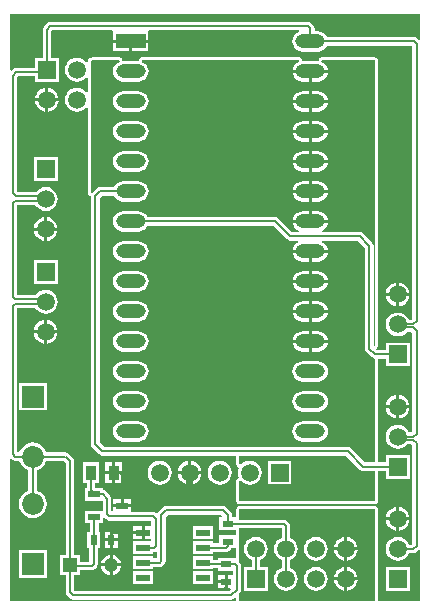
<source format=gbl>
G04 Layer_Physical_Order=2*
G04 Layer_Color=16711680*
%FSLAX44Y44*%
%MOMM*%
G71*
G01*
G75*
%ADD11R,0.9000X0.6000*%
%ADD12R,0.6000X0.9000*%
%ADD15C,0.2000*%
%ADD16C,1.5000*%
%ADD17R,1.5000X1.5000*%
%ADD18C,1.8500*%
%ADD19R,1.8500X1.8500*%
%ADD20R,1.5000X1.5000*%
%ADD21R,1.2000X1.2000*%
%ADD22C,1.2000*%
%ADD23O,2.5000X1.2000*%
%ADD24R,2.5000X1.2000*%
%ADD25R,1.1940X0.5590*%
%ADD26R,1.0000X0.5500*%
%ADD27R,0.9000X1.3000*%
G36*
X3848Y121048D02*
X5019Y120265D01*
X6400Y119991D01*
X9734D01*
X10702Y117654D01*
X12591Y115191D01*
X15054Y113301D01*
X17391Y112334D01*
Y94666D01*
X15054Y93699D01*
X12591Y91809D01*
X10702Y89346D01*
X9513Y86478D01*
X9108Y83400D01*
X9513Y80322D01*
X10702Y77454D01*
X12591Y74991D01*
X15054Y73102D01*
X17922Y71913D01*
X21000Y71508D01*
X24078Y71913D01*
X26946Y73102D01*
X29409Y74991D01*
X31298Y77454D01*
X32487Y80322D01*
X32892Y83400D01*
X32487Y86478D01*
X31298Y89346D01*
X29409Y91809D01*
X26946Y93699D01*
X24609Y94666D01*
Y112334D01*
X26946Y113301D01*
X29409Y115191D01*
X31298Y117654D01*
X32266Y119991D01*
X46905D01*
X48891Y118005D01*
Y40540D01*
X43960D01*
Y23460D01*
X48891D01*
Y8500D01*
X49165Y7119D01*
X49948Y5948D01*
X52448Y3448D01*
X53619Y2665D01*
X55000Y2391D01*
X189000D01*
X190381Y2665D01*
X191552Y3448D01*
X192237Y4132D01*
X193410Y3647D01*
Y1000D01*
X2000D01*
Y121236D01*
X3173Y121722D01*
X3848Y121048D01*
D02*
G37*
G36*
X311000Y1000D02*
X196000D01*
Y7896D01*
X196552Y8448D01*
X197335Y9619D01*
X197609Y11000D01*
Y31000D01*
X197335Y32381D01*
X196552Y33552D01*
X196000Y34104D01*
Y62891D01*
X231791D01*
Y54772D01*
X230337Y54170D01*
X228239Y52561D01*
X226630Y50463D01*
X225618Y48021D01*
X225273Y45400D01*
X225618Y42779D01*
X226630Y40337D01*
X228239Y38239D01*
X230337Y36630D01*
X231791Y36028D01*
Y29372D01*
X230337Y28770D01*
X228239Y27161D01*
X226630Y25063D01*
X225618Y22621D01*
X225273Y20000D01*
X225618Y17379D01*
X226630Y14937D01*
X228239Y12839D01*
X230337Y11230D01*
X232779Y10218D01*
X235400Y9873D01*
X238021Y10218D01*
X240463Y11230D01*
X242561Y12839D01*
X244170Y14937D01*
X245182Y17379D01*
X245527Y20000D01*
X245182Y22621D01*
X244170Y25063D01*
X242561Y27161D01*
X240463Y28770D01*
X239009Y29372D01*
Y36028D01*
X240463Y36630D01*
X242561Y38239D01*
X244170Y40337D01*
X245182Y42779D01*
X245527Y45400D01*
X245182Y48021D01*
X244170Y50463D01*
X242561Y52561D01*
X240463Y54170D01*
X239009Y54772D01*
Y64600D01*
X238735Y65981D01*
X237952Y67152D01*
X236052Y69052D01*
X234881Y69835D01*
X233500Y70109D01*
X196000D01*
Y78931D01*
X311000D01*
Y1000D01*
D02*
G37*
G36*
X181586Y73310D02*
X181060Y72040D01*
X178960D01*
Y60960D01*
X193040D01*
X193410Y59843D01*
Y58157D01*
X193040Y57040D01*
X192140Y57040D01*
X178960D01*
Y49959D01*
X173780D01*
Y51685D01*
X156760D01*
Y41015D01*
X173780D01*
Y42741D01*
X184350D01*
X185731Y43015D01*
X186902Y43798D01*
X188552Y45448D01*
X188894Y45960D01*
X193040Y45960D01*
X193410Y44843D01*
Y38132D01*
X192140Y37327D01*
X192040Y37375D01*
Y38040D01*
X177960D01*
Y36109D01*
X173780D01*
Y38985D01*
X156760D01*
Y28315D01*
X173780D01*
Y28891D01*
X177960D01*
Y26960D01*
X190391D01*
Y23040D01*
X186270D01*
Y17500D01*
Y11960D01*
X188196D01*
X188682Y10787D01*
X187505Y9609D01*
X56495D01*
X56109Y9995D01*
Y23460D01*
X61040D01*
Y27391D01*
X71000D01*
X72381Y27665D01*
X73552Y28448D01*
X75052Y29948D01*
X75835Y31119D01*
X76109Y32500D01*
Y45960D01*
X78040D01*
Y60040D01*
X76759D01*
Y67210D01*
X80690D01*
Y71410D01*
X81960Y71936D01*
X83448Y70448D01*
X84619Y69665D01*
X86000Y69391D01*
X121391D01*
Y64385D01*
X116000D01*
Y59050D01*
Y53715D01*
X121391D01*
Y51685D01*
X106220D01*
Y41015D01*
X123240D01*
Y42741D01*
X123350D01*
X124731Y43015D01*
X125121Y43276D01*
X126391Y42597D01*
Y37259D01*
X123240D01*
Y38985D01*
X106220D01*
Y28315D01*
X123240D01*
Y30041D01*
X128650D01*
X130031Y30315D01*
X131202Y31098D01*
X132552Y32448D01*
X133335Y33619D01*
X133609Y35000D01*
Y72505D01*
X135495Y74391D01*
X180505D01*
X181586Y73310D01*
D02*
G37*
G36*
X246548Y483121D02*
X245193Y482560D01*
X243409Y481191D01*
X242040Y479407D01*
X241180Y477329D01*
X240886Y475100D01*
X241180Y472871D01*
X242040Y470793D01*
X243409Y469009D01*
X245193Y467640D01*
X247271Y466780D01*
X249500Y466486D01*
X262500D01*
X264729Y466780D01*
X266807Y467640D01*
X268591Y469009D01*
X269960Y470793D01*
X270249Y471491D01*
X342391D01*
Y239495D01*
X341905Y239009D01*
X339372D01*
X338770Y240463D01*
X337161Y242561D01*
X335063Y244170D01*
X332621Y245182D01*
X330000Y245527D01*
X327379Y245182D01*
X324937Y244170D01*
X322839Y242561D01*
X321230Y240463D01*
X320218Y238021D01*
X319873Y235400D01*
X320218Y232779D01*
X321230Y230337D01*
X322839Y228239D01*
X324937Y226630D01*
X327379Y225618D01*
X330000Y225273D01*
X332621Y225618D01*
X335063Y226630D01*
X337161Y228239D01*
X338044Y229391D01*
X341505D01*
X342391Y228505D01*
Y144495D01*
X341905Y144009D01*
X339372D01*
X338770Y145463D01*
X337161Y147561D01*
X335063Y149170D01*
X332621Y150182D01*
X330000Y150527D01*
X327379Y150182D01*
X324937Y149170D01*
X322839Y147561D01*
X321230Y145463D01*
X320218Y143021D01*
X319873Y140400D01*
X320218Y137779D01*
X321230Y135337D01*
X322839Y133239D01*
X324937Y131630D01*
X327379Y130618D01*
X330000Y130273D01*
X332621Y130618D01*
X335063Y131630D01*
X337161Y133239D01*
X338044Y134391D01*
X341505D01*
X342391Y133505D01*
Y49495D01*
X341905Y49009D01*
X339372D01*
X338770Y50463D01*
X337161Y52561D01*
X335063Y54170D01*
X332621Y55182D01*
X330000Y55527D01*
X327379Y55182D01*
X324937Y54170D01*
X322839Y52561D01*
X321230Y50463D01*
X320218Y48021D01*
X319873Y45400D01*
X320218Y42779D01*
X321230Y40337D01*
X322839Y38239D01*
X324937Y36630D01*
X327379Y35618D01*
X330000Y35273D01*
X332621Y35618D01*
X335063Y36630D01*
X337161Y38239D01*
X338770Y40337D01*
X339372Y41791D01*
X343400D01*
X344781Y42065D01*
X345952Y42848D01*
X347730Y44626D01*
X349000Y44100D01*
Y1000D01*
X313590D01*
Y78931D01*
X313393Y79922D01*
X312831Y80762D01*
X311991Y81323D01*
X311000Y81520D01*
X196000D01*
X195009Y81323D01*
X194169Y80762D01*
X193607Y79922D01*
X193410Y78931D01*
Y73157D01*
X193040Y72040D01*
X189609D01*
Y74000D01*
X189335Y75381D01*
X188552Y76552D01*
X184552Y80552D01*
X183381Y81335D01*
X182000Y81609D01*
X134000D01*
X132619Y81335D01*
X131448Y80552D01*
X127448Y76552D01*
X127007Y75893D01*
X125685Y75583D01*
X125425Y75637D01*
X124381Y76335D01*
X123000Y76609D01*
X105618D01*
X104390Y76710D01*
X104390Y77879D01*
Y80730D01*
X89310D01*
X89310Y77955D01*
X88040Y77343D01*
X87609Y77686D01*
Y88000D01*
X87335Y89381D01*
X86552Y90552D01*
X83052Y94052D01*
X81881Y94835D01*
X80690Y95071D01*
Y96790D01*
X74314D01*
X74109Y96995D01*
Y100960D01*
X77540D01*
Y119040D01*
X63460D01*
Y100960D01*
X66891D01*
Y96790D01*
X65610D01*
Y86210D01*
X80391D01*
Y77790D01*
X65610D01*
Y67210D01*
X69541D01*
Y60040D01*
X66960D01*
Y45960D01*
X68891D01*
Y34609D01*
X61040D01*
Y40540D01*
X56109D01*
Y119500D01*
X55835Y120881D01*
X55052Y122052D01*
X51552Y125552D01*
X51192Y125793D01*
X50952Y126152D01*
X49781Y126935D01*
X48400Y127209D01*
X32266D01*
X31298Y129546D01*
X29409Y132009D01*
X26946Y133898D01*
X24078Y135086D01*
X21000Y135492D01*
X17922Y135086D01*
X15054Y133898D01*
X12591Y132009D01*
X10702Y129546D01*
X9734Y127209D01*
X7895D01*
X7609Y127495D01*
Y249391D01*
X23342D01*
X24839Y247439D01*
X26937Y245830D01*
X29379Y244818D01*
X32000Y244473D01*
X34621Y244818D01*
X37063Y245830D01*
X39161Y247439D01*
X40770Y249537D01*
X41782Y251979D01*
X42127Y254600D01*
X41782Y257221D01*
X40770Y259663D01*
X39161Y261761D01*
X37063Y263370D01*
X34621Y264382D01*
X32000Y264727D01*
X29379Y264382D01*
X26937Y263370D01*
X24839Y261761D01*
X23956Y260609D01*
X7609D01*
Y336391D01*
X23342D01*
X24839Y334439D01*
X26937Y332830D01*
X29379Y331818D01*
X32000Y331473D01*
X34621Y331818D01*
X37063Y332830D01*
X39161Y334439D01*
X40770Y336537D01*
X41782Y338979D01*
X42127Y341600D01*
X41782Y344221D01*
X40770Y346663D01*
X39161Y348761D01*
X37063Y350370D01*
X34621Y351382D01*
X32000Y351727D01*
X29379Y351382D01*
X26937Y350370D01*
X24839Y348761D01*
X23956Y347609D01*
X8495D01*
X7609Y348495D01*
Y444505D01*
X8495Y445391D01*
X22960D01*
Y440960D01*
X43040D01*
Y461040D01*
X36609D01*
Y483505D01*
X37495Y484391D01*
X88001D01*
X88960Y483640D01*
X88960Y483121D01*
Y476370D01*
X119040D01*
Y483121D01*
X119040Y483640D01*
X119999Y484391D01*
X246295D01*
X246548Y483121D01*
D02*
G37*
G36*
X349000Y476900D02*
X347730Y476374D01*
X346452Y477652D01*
X345281Y478435D01*
X343900Y478709D01*
X270249D01*
X269960Y479407D01*
X268591Y481191D01*
X266807Y482560D01*
X264729Y483420D01*
X262500Y483714D01*
X259609D01*
Y486000D01*
X259335Y487381D01*
X258552Y488552D01*
X256552Y490552D01*
X255381Y491335D01*
X254000Y491609D01*
X36000D01*
X34619Y491335D01*
X33448Y490552D01*
X30448Y487552D01*
X29665Y486381D01*
X29391Y485000D01*
Y461040D01*
X22960D01*
Y452609D01*
X7000D01*
X5619Y452335D01*
X4448Y451552D01*
X3173Y450278D01*
X2000Y450764D01*
Y498000D01*
X349000D01*
Y476900D01*
D02*
G37*
%LPC*%
G36*
X328730Y69530D02*
X320041D01*
X320218Y68179D01*
X321230Y65737D01*
X322839Y63639D01*
X324937Y62030D01*
X327379Y61018D01*
X328730Y60841D01*
Y69530D01*
D02*
G37*
G36*
X339959D02*
X331270D01*
Y60841D01*
X332621Y61018D01*
X335063Y62030D01*
X337161Y63639D01*
X338770Y65737D01*
X339782Y68179D01*
X339959Y69530D01*
D02*
G37*
G36*
X328730Y259530D02*
X320041D01*
X320218Y258179D01*
X321230Y255737D01*
X322839Y253639D01*
X324937Y252030D01*
X327379Y251018D01*
X328730Y250841D01*
Y259530D01*
D02*
G37*
G36*
X33270Y239159D02*
Y230470D01*
X41959D01*
X41782Y231821D01*
X40770Y234263D01*
X39161Y236361D01*
X37063Y237970D01*
X34621Y238982D01*
X33270Y239159D01*
D02*
G37*
G36*
X30730D02*
X29379Y238982D01*
X26937Y237970D01*
X24839Y236361D01*
X23230Y234263D01*
X22218Y231821D01*
X22041Y230470D01*
X30730D01*
Y239159D01*
D02*
G37*
G36*
X331270Y80759D02*
Y72070D01*
X339959D01*
X339782Y73421D01*
X338770Y75863D01*
X337161Y77961D01*
X335063Y79570D01*
X332621Y80582D01*
X331270Y80759D01*
D02*
G37*
G36*
X328730D02*
X327379Y80582D01*
X324937Y79570D01*
X322839Y77961D01*
X321230Y75863D01*
X320218Y73421D01*
X320041Y72070D01*
X328730D01*
Y80759D01*
D02*
G37*
G36*
X95580Y87290D02*
X89310D01*
Y83270D01*
X95580D01*
Y87290D01*
D02*
G37*
G36*
X339959Y259530D02*
X331270D01*
Y250841D01*
X332621Y251018D01*
X335063Y252030D01*
X337161Y253639D01*
X338770Y255737D01*
X339782Y258179D01*
X339959Y259530D01*
D02*
G37*
G36*
X42040Y290040D02*
X21960D01*
Y269960D01*
X42040D01*
Y290040D01*
D02*
G37*
G36*
X86230Y60040D02*
X81960D01*
Y54270D01*
X86230D01*
Y60040D01*
D02*
G37*
G36*
X113460Y57780D02*
X106220D01*
Y53715D01*
X113460D01*
Y57780D01*
D02*
G37*
G36*
X173780Y64385D02*
X156760D01*
Y53715D01*
X173780D01*
Y64385D01*
D02*
G37*
G36*
X331270Y270759D02*
Y262070D01*
X339959D01*
X339782Y263421D01*
X338770Y265863D01*
X337161Y267961D01*
X335063Y269570D01*
X332621Y270582D01*
X331270Y270759D01*
D02*
G37*
G36*
X328730D02*
X327379Y270582D01*
X324937Y269570D01*
X322839Y267961D01*
X321230Y265863D01*
X320218Y263421D01*
X320041Y262070D01*
X328730D01*
Y270759D01*
D02*
G37*
G36*
X93040Y60040D02*
X88770D01*
Y54270D01*
X93040D01*
Y60040D01*
D02*
G37*
G36*
X113460Y64385D02*
X106220D01*
Y60320D01*
X113460D01*
Y64385D01*
D02*
G37*
G36*
X96540Y108730D02*
X90770D01*
Y100960D01*
X96540D01*
Y108730D01*
D02*
G37*
G36*
X339959Y164530D02*
X331270D01*
Y155841D01*
X332621Y156018D01*
X335063Y157030D01*
X337161Y158639D01*
X338770Y160737D01*
X339782Y163179D01*
X339959Y164530D01*
D02*
G37*
G36*
X32790Y186190D02*
X9210D01*
Y162610D01*
X32790D01*
Y186190D01*
D02*
G37*
G36*
X88230Y108730D02*
X82460D01*
Y100960D01*
X88230D01*
Y108730D01*
D02*
G37*
G36*
X328730Y164530D02*
X320041D01*
X320218Y163179D01*
X321230Y160737D01*
X322839Y158639D01*
X324937Y157030D01*
X327379Y156018D01*
X328730Y155841D01*
Y164530D01*
D02*
G37*
G36*
X155070Y119959D02*
Y111270D01*
X163759D01*
X163582Y112621D01*
X162570Y115063D01*
X160961Y117161D01*
X158863Y118770D01*
X156421Y119782D01*
X155070Y119959D01*
D02*
G37*
G36*
X152530D02*
X151179Y119782D01*
X148737Y118770D01*
X146639Y117161D01*
X145030Y115063D01*
X144018Y112621D01*
X143841Y111270D01*
X152530D01*
Y119959D01*
D02*
G37*
G36*
X88230Y119040D02*
X82460D01*
Y111270D01*
X88230D01*
Y119040D01*
D02*
G37*
G36*
X96540D02*
X90770D01*
Y111270D01*
X96540D01*
Y119040D01*
D02*
G37*
G36*
X41959Y227930D02*
X33270D01*
Y219241D01*
X34621Y219418D01*
X37063Y220430D01*
X39161Y222039D01*
X40770Y224137D01*
X41782Y226579D01*
X41959Y227930D01*
D02*
G37*
G36*
X30730D02*
X22041D01*
X22218Y226579D01*
X23230Y224137D01*
X24839Y222039D01*
X26937Y220430D01*
X29379Y219418D01*
X30730Y219241D01*
Y227930D01*
D02*
G37*
G36*
X104390Y87290D02*
X98120D01*
Y83270D01*
X104390D01*
Y87290D01*
D02*
G37*
G36*
X128400Y120127D02*
X125779Y119782D01*
X123337Y118770D01*
X121239Y117161D01*
X119630Y115063D01*
X118618Y112621D01*
X118273Y110000D01*
X118618Y107379D01*
X119630Y104937D01*
X121239Y102839D01*
X123337Y101230D01*
X125779Y100218D01*
X128400Y99873D01*
X131021Y100218D01*
X133463Y101230D01*
X135561Y102839D01*
X137170Y104937D01*
X138182Y107379D01*
X138527Y110000D01*
X138182Y112621D01*
X137170Y115063D01*
X135561Y117161D01*
X133463Y118770D01*
X131021Y119782D01*
X128400Y120127D01*
D02*
G37*
G36*
X179200D02*
X176579Y119782D01*
X174137Y118770D01*
X172039Y117161D01*
X170430Y115063D01*
X169418Y112621D01*
X169073Y110000D01*
X169418Y107379D01*
X170430Y104937D01*
X172039Y102839D01*
X174137Y101230D01*
X176579Y100218D01*
X179200Y99873D01*
X181821Y100218D01*
X184263Y101230D01*
X186361Y102839D01*
X187970Y104937D01*
X188982Y107379D01*
X189327Y110000D01*
X188982Y112621D01*
X187970Y115063D01*
X186361Y117161D01*
X184263Y118770D01*
X181821Y119782D01*
X179200Y120127D01*
D02*
G37*
G36*
X331270Y175759D02*
Y167070D01*
X339959D01*
X339782Y168421D01*
X338770Y170863D01*
X337161Y172961D01*
X335063Y174570D01*
X332621Y175582D01*
X331270Y175759D01*
D02*
G37*
G36*
X328730D02*
X327379Y175582D01*
X324937Y174570D01*
X322839Y172961D01*
X321230Y170863D01*
X320218Y168421D01*
X320041Y167070D01*
X328730D01*
Y175759D01*
D02*
G37*
G36*
X152530Y108730D02*
X143841D01*
X144018Y107379D01*
X145030Y104937D01*
X146639Y102839D01*
X148737Y101230D01*
X151179Y100218D01*
X152530Y100041D01*
Y108730D01*
D02*
G37*
G36*
X163759D02*
X155070D01*
Y100041D01*
X156421Y100218D01*
X158863Y101230D01*
X160961Y102839D01*
X162570Y104937D01*
X163582Y107379D01*
X163759Y108730D01*
D02*
G37*
G36*
X287470Y55359D02*
Y46670D01*
X296159D01*
X295982Y48021D01*
X294970Y50463D01*
X293361Y52561D01*
X291263Y54170D01*
X288821Y55182D01*
X287470Y55359D01*
D02*
G37*
G36*
X31730Y424330D02*
X23041D01*
X23218Y422979D01*
X24230Y420537D01*
X25839Y418439D01*
X27937Y416830D01*
X30379Y415818D01*
X31730Y415641D01*
Y424330D01*
D02*
G37*
G36*
X183730Y16230D02*
X177960D01*
Y11960D01*
X183730D01*
Y16230D01*
D02*
G37*
G36*
X296159Y18730D02*
X287470D01*
Y10041D01*
X288821Y10218D01*
X291263Y11230D01*
X293361Y12839D01*
X294970Y14937D01*
X295982Y17379D01*
X296159Y18730D01*
D02*
G37*
G36*
X42959Y424330D02*
X34270D01*
Y415641D01*
X35621Y415818D01*
X38063Y416830D01*
X40161Y418439D01*
X41770Y420537D01*
X42782Y422979D01*
X42959Y424330D01*
D02*
G37*
G36*
X183730Y23040D02*
X177960D01*
Y18770D01*
X183730D01*
Y23040D01*
D02*
G37*
G36*
X32790Y44390D02*
X9210D01*
Y20810D01*
X32790D01*
Y44390D01*
D02*
G37*
G36*
X123240Y26285D02*
X106220D01*
Y15615D01*
X123240D01*
Y26285D01*
D02*
G37*
G36*
X173780D02*
X156760D01*
Y15615D01*
X173780D01*
Y26285D01*
D02*
G37*
G36*
X284930Y18730D02*
X276241D01*
X276418Y17379D01*
X277430Y14937D01*
X279039Y12839D01*
X281137Y11230D01*
X283579Y10218D01*
X284930Y10041D01*
Y18730D01*
D02*
G37*
G36*
X310586Y461590D02*
X265683D01*
X265432Y461540D01*
X265177D01*
X264942Y461442D01*
X264692Y461393D01*
X264480Y461251D01*
X264244Y461153D01*
X264063Y460973D01*
X263851Y460831D01*
X263710Y460619D01*
X263529Y460439D01*
X263432Y460203D01*
X263290Y459991D01*
X263240Y459741D01*
X263143Y459505D01*
X262895Y458262D01*
X262500Y458314D01*
X249500D01*
X249105Y458262D01*
X248857Y459505D01*
X248760Y459741D01*
X248710Y459991D01*
X248568Y460203D01*
X248471Y460439D01*
X248290Y460619D01*
X248149Y460831D01*
X247937Y460973D01*
X247756Y461153D01*
X247521Y461251D01*
X247309Y461393D01*
X247058Y461442D01*
X246823Y461540D01*
X246568D01*
X246317Y461590D01*
X113683D01*
X113433Y461540D01*
X113177D01*
X112942Y461442D01*
X112691Y461393D01*
X112479Y461251D01*
X112244Y461153D01*
X112063Y460973D01*
X111851Y460831D01*
X111710Y460619D01*
X111529Y460439D01*
X111432Y460203D01*
X111290Y459991D01*
X111240Y459741D01*
X111143Y459505D01*
X110895Y458262D01*
X110500Y458314D01*
X97500D01*
X97105Y458262D01*
X96857Y459505D01*
X96760Y459741D01*
X96710Y459991D01*
X96568Y460203D01*
X96471Y460439D01*
X96290Y460619D01*
X96149Y460831D01*
X95937Y460973D01*
X95756Y461153D01*
X95521Y461251D01*
X95309Y461393D01*
X95058Y461442D01*
X94823Y461540D01*
X94568D01*
X94317Y461590D01*
X71000D01*
X70009Y461393D01*
X69169Y460831D01*
X68169Y459831D01*
X67607Y458991D01*
X67410Y458000D01*
Y457836D01*
X66140Y457405D01*
X65561Y458161D01*
X63463Y459770D01*
X61021Y460782D01*
X58400Y461127D01*
X55779Y460782D01*
X53337Y459770D01*
X51239Y458161D01*
X49630Y456063D01*
X48618Y453621D01*
X48273Y451000D01*
X48618Y448379D01*
X49630Y445937D01*
X51239Y443839D01*
X53337Y442230D01*
X55779Y441218D01*
X58400Y440873D01*
X61021Y441218D01*
X63463Y442230D01*
X65561Y443839D01*
X66140Y444595D01*
X67410Y444164D01*
Y432436D01*
X66140Y432005D01*
X65561Y432761D01*
X63463Y434370D01*
X61021Y435382D01*
X58400Y435727D01*
X55779Y435382D01*
X53337Y434370D01*
X51239Y432761D01*
X49630Y430663D01*
X48618Y428221D01*
X48273Y425600D01*
X48618Y422979D01*
X49630Y420537D01*
X51239Y418439D01*
X53337Y416830D01*
X55779Y415818D01*
X58400Y415473D01*
X61021Y415818D01*
X63463Y416830D01*
X65561Y418439D01*
X66140Y419195D01*
X67410Y418764D01*
Y346671D01*
X67435Y346545D01*
X67423Y346418D01*
X67533Y346053D01*
X67607Y345680D01*
X67679Y345574D01*
X67716Y345451D01*
X67958Y345156D01*
X68169Y344840D01*
X68276Y344769D01*
X68357Y344669D01*
X68693Y344490D01*
X69009Y344279D01*
X69135Y344254D01*
X69248Y344193D01*
X70391Y343847D01*
Y134000D01*
X70665Y132619D01*
X71448Y131448D01*
X77448Y125448D01*
X78619Y124665D01*
X80000Y124391D01*
X80000Y124391D01*
X193410D01*
Y117260D01*
X193427Y117176D01*
X193416Y117091D01*
X193525Y116683D01*
X193607Y116269D01*
X193655Y116198D01*
X193677Y116115D01*
X193934Y115780D01*
X194169Y115429D01*
X194240Y115381D01*
X194292Y115313D01*
X194658Y115102D01*
X195009Y114868D01*
X195260Y113688D01*
X194818Y112621D01*
X194473Y110000D01*
X194818Y107379D01*
X195260Y106312D01*
X195009Y105132D01*
X194658Y104898D01*
X194292Y104687D01*
X194240Y104619D01*
X194169Y104571D01*
X193934Y104220D01*
X193677Y103885D01*
X193655Y103802D01*
X193607Y103731D01*
X193525Y103317D01*
X193416Y102909D01*
X193427Y102824D01*
X193410Y102740D01*
Y86149D01*
X193607Y85158D01*
X194169Y84318D01*
X195009Y83757D01*
X196000Y83560D01*
X311000D01*
X311991Y83757D01*
X312831Y84318D01*
X313393Y85158D01*
X313590Y86149D01*
Y111391D01*
X319960D01*
Y104960D01*
X340040D01*
Y125040D01*
X319960D01*
Y118609D01*
X313590D01*
Y206391D01*
X319960D01*
Y199960D01*
X340040D01*
Y220040D01*
X319960D01*
Y213609D01*
X312848D01*
X311943Y214614D01*
X312142Y215835D01*
X312221Y215877D01*
X312515Y216118D01*
X312831Y216329D01*
X312903Y216436D01*
X313002Y216518D01*
X313181Y216853D01*
X313393Y217169D01*
X313418Y217295D01*
X313478Y217409D01*
X313515Y217787D01*
X313590Y218161D01*
Y458000D01*
X313393Y458991D01*
X312978Y459991D01*
X312417Y460831D01*
X311577Y461393D01*
X310586Y461590D01*
D02*
G37*
G36*
X34270Y435559D02*
Y426870D01*
X42959D01*
X42782Y428221D01*
X41770Y430663D01*
X40161Y432761D01*
X38063Y434370D01*
X35621Y435382D01*
X34270Y435559D01*
D02*
G37*
G36*
X119040Y473830D02*
X105270D01*
Y466560D01*
X119040D01*
Y473830D01*
D02*
G37*
G36*
X102730D02*
X88960D01*
Y466560D01*
X102730D01*
Y473830D01*
D02*
G37*
G36*
X210000Y55527D02*
X207379Y55182D01*
X204937Y54170D01*
X202839Y52561D01*
X201230Y50463D01*
X200218Y48021D01*
X199873Y45400D01*
X200218Y42779D01*
X201230Y40337D01*
X202839Y38239D01*
X204937Y36630D01*
X206391Y36028D01*
Y30040D01*
X199960D01*
Y9960D01*
X220040D01*
Y30040D01*
X213609D01*
Y36028D01*
X215063Y36630D01*
X217161Y38239D01*
X218770Y40337D01*
X219782Y42779D01*
X220127Y45400D01*
X219782Y48021D01*
X218770Y50463D01*
X217161Y52561D01*
X215063Y54170D01*
X212621Y55182D01*
X210000Y55527D01*
D02*
G37*
G36*
X340040Y30040D02*
X319960D01*
Y9960D01*
X340040D01*
Y30040D01*
D02*
G37*
G36*
X31730Y435559D02*
X30379Y435382D01*
X27937Y434370D01*
X25839Y432761D01*
X24230Y430663D01*
X23218Y428221D01*
X23041Y426870D01*
X31730D01*
Y435559D01*
D02*
G37*
G36*
X260800Y30127D02*
X258179Y29782D01*
X255737Y28770D01*
X253639Y27161D01*
X252030Y25063D01*
X251018Y22621D01*
X250673Y20000D01*
X251018Y17379D01*
X252030Y14937D01*
X253639Y12839D01*
X255737Y11230D01*
X258179Y10218D01*
X260800Y9873D01*
X263421Y10218D01*
X265863Y11230D01*
X267961Y12839D01*
X269570Y14937D01*
X270582Y17379D01*
X270927Y20000D01*
X270582Y22621D01*
X269570Y25063D01*
X267961Y27161D01*
X265863Y28770D01*
X263421Y29782D01*
X260800Y30127D01*
D02*
G37*
G36*
X86230Y51730D02*
X81960D01*
Y45960D01*
X86230D01*
Y51730D01*
D02*
G37*
G36*
X33270Y326159D02*
Y317470D01*
X41959D01*
X41782Y318821D01*
X40770Y321263D01*
X39161Y323361D01*
X37063Y324970D01*
X34621Y325982D01*
X33270Y326159D01*
D02*
G37*
G36*
X284930Y44130D02*
X276241D01*
X276418Y42779D01*
X277430Y40337D01*
X279039Y38239D01*
X281137Y36630D01*
X283579Y35618D01*
X284930Y35441D01*
Y44130D01*
D02*
G37*
G36*
X296159D02*
X287470D01*
Y35441D01*
X288821Y35618D01*
X291263Y36630D01*
X293361Y38239D01*
X294970Y40337D01*
X295982Y42779D01*
X296159Y44130D01*
D02*
G37*
G36*
X30730Y326159D02*
X29379Y325982D01*
X26937Y324970D01*
X24839Y323361D01*
X23230Y321263D01*
X22218Y318821D01*
X22041Y317470D01*
X30730D01*
Y326159D01*
D02*
G37*
G36*
X93040Y51730D02*
X88770D01*
Y45960D01*
X93040D01*
Y51730D01*
D02*
G37*
G36*
X284930Y55359D02*
X283579Y55182D01*
X281137Y54170D01*
X279039Y52561D01*
X277430Y50463D01*
X276418Y48021D01*
X276241Y46670D01*
X284930D01*
Y55359D01*
D02*
G37*
G36*
X41959Y314930D02*
X33270D01*
Y306241D01*
X34621Y306418D01*
X37063Y307430D01*
X39161Y309039D01*
X40770Y311137D01*
X41782Y313579D01*
X41959Y314930D01*
D02*
G37*
G36*
X30730D02*
X22041D01*
X22218Y313579D01*
X23230Y311137D01*
X24839Y309039D01*
X26937Y307430D01*
X29379Y306418D01*
X30730Y306241D01*
Y314930D01*
D02*
G37*
G36*
X260800Y55527D02*
X258179Y55182D01*
X255737Y54170D01*
X253639Y52561D01*
X252030Y50463D01*
X251018Y48021D01*
X250673Y45400D01*
X251018Y42779D01*
X252030Y40337D01*
X253639Y38239D01*
X255737Y36630D01*
X258179Y35618D01*
X260800Y35273D01*
X263421Y35618D01*
X265863Y36630D01*
X267961Y38239D01*
X269570Y40337D01*
X270582Y42779D01*
X270927Y45400D01*
X270582Y48021D01*
X269570Y50463D01*
X267961Y52561D01*
X265863Y54170D01*
X263421Y55182D01*
X260800Y55527D01*
D02*
G37*
G36*
X86230Y30730D02*
X79054D01*
X79180Y29771D01*
X80040Y27693D01*
X81409Y25909D01*
X83193Y24540D01*
X85271Y23680D01*
X86230Y23554D01*
Y30730D01*
D02*
G37*
G36*
X95947D02*
X88770D01*
Y23554D01*
X89729Y23680D01*
X91807Y24540D01*
X93591Y25909D01*
X94960Y27693D01*
X95820Y29771D01*
X95947Y30730D01*
D02*
G37*
G36*
X284930Y29959D02*
X283579Y29782D01*
X281137Y28770D01*
X279039Y27161D01*
X277430Y25063D01*
X276418Y22621D01*
X276241Y21270D01*
X284930D01*
Y29959D01*
D02*
G37*
G36*
X287470D02*
Y21270D01*
X296159D01*
X295982Y22621D01*
X294970Y25063D01*
X293361Y27161D01*
X291263Y28770D01*
X288821Y29782D01*
X287470Y29959D01*
D02*
G37*
G36*
X86230Y40447D02*
X85271Y40320D01*
X83193Y39460D01*
X81409Y38091D01*
X80040Y36307D01*
X79180Y34229D01*
X79054Y33270D01*
X86230D01*
Y40447D01*
D02*
G37*
G36*
X88770D02*
Y33270D01*
X95947D01*
X95820Y34229D01*
X94960Y36307D01*
X93591Y38091D01*
X91807Y39460D01*
X89729Y40320D01*
X88770Y40447D01*
D02*
G37*
G36*
X42040Y377040D02*
X21960D01*
Y356960D01*
X42040D01*
Y377040D01*
D02*
G37*
%LPD*%
G36*
X298448Y112448D02*
X299619Y111665D01*
X301000Y111391D01*
X311000D01*
Y86149D01*
X196000D01*
Y102740D01*
X197203Y103148D01*
X197439Y102839D01*
X199537Y101230D01*
X201979Y100218D01*
X204600Y99873D01*
X207221Y100218D01*
X209663Y101230D01*
X211761Y102839D01*
X213370Y104937D01*
X214382Y107379D01*
X214727Y110000D01*
X214382Y112621D01*
X213370Y115063D01*
X211761Y117161D01*
X209663Y118770D01*
X207221Y119782D01*
X204600Y120127D01*
X201979Y119782D01*
X199537Y118770D01*
X197439Y117161D01*
X197203Y116852D01*
X196000Y117260D01*
Y124391D01*
X286505D01*
X298448Y112448D01*
D02*
G37*
G36*
X311000Y458000D02*
Y218161D01*
X309730Y217482D01*
X309609Y217562D01*
Y302000D01*
X309335Y303381D01*
X308552Y304552D01*
X300552Y312552D01*
X299381Y313335D01*
X298000Y313609D01*
X266188D01*
X265935Y314879D01*
X266807Y315240D01*
X268591Y316609D01*
X269960Y318393D01*
X270820Y320471D01*
X270947Y321430D01*
X241054D01*
X241180Y320471D01*
X242040Y318393D01*
X243409Y316609D01*
X245193Y315240D01*
X246065Y314879D01*
X245812Y313609D01*
X240495D01*
X228852Y325252D01*
X227681Y326035D01*
X226300Y326309D01*
X118249D01*
X117960Y327007D01*
X116591Y328791D01*
X114807Y330160D01*
X112729Y331020D01*
X110500Y331314D01*
X97500D01*
X95271Y331020D01*
X93193Y330160D01*
X91409Y328791D01*
X90040Y327007D01*
X89180Y324929D01*
X88886Y322700D01*
X89180Y320471D01*
X90040Y318393D01*
X91409Y316609D01*
X93193Y315240D01*
X95271Y314380D01*
X97500Y314086D01*
X110500D01*
X112729Y314380D01*
X114807Y315240D01*
X116591Y316609D01*
X117960Y318393D01*
X118249Y319091D01*
X224805D01*
X236448Y307448D01*
X237619Y306665D01*
X239000Y306391D01*
X245812D01*
X246065Y305121D01*
X245193Y304760D01*
X243409Y303391D01*
X242040Y301607D01*
X241180Y299529D01*
X241054Y298570D01*
X270947D01*
X270820Y299529D01*
X269960Y301607D01*
X268591Y303391D01*
X266807Y304760D01*
X265935Y305121D01*
X266188Y306391D01*
X296505D01*
X302391Y300505D01*
Y215000D01*
X302665Y213619D01*
X303448Y212448D01*
X308448Y207448D01*
X309619Y206665D01*
X311000Y206391D01*
Y118609D01*
X302495D01*
X290552Y130552D01*
X289381Y131335D01*
X288000Y131609D01*
X81495D01*
X77609Y135495D01*
Y342505D01*
X79595Y344491D01*
X89751D01*
X90040Y343793D01*
X91409Y342009D01*
X93193Y340640D01*
X95271Y339780D01*
X97500Y339486D01*
X110500D01*
X112729Y339780D01*
X114807Y340640D01*
X116591Y342009D01*
X117960Y343793D01*
X118820Y345871D01*
X119114Y348100D01*
X118820Y350329D01*
X117960Y352407D01*
X116591Y354191D01*
X114807Y355560D01*
X112729Y356420D01*
X110500Y356714D01*
X97500D01*
X95271Y356420D01*
X93193Y355560D01*
X91409Y354191D01*
X90040Y352407D01*
X89751Y351709D01*
X78100D01*
X76719Y351435D01*
X75548Y350652D01*
X71448Y346552D01*
X71270Y346286D01*
X70000Y346671D01*
Y458000D01*
X71000Y459000D01*
X94317D01*
X94570Y457730D01*
X93193Y457160D01*
X91409Y455791D01*
X90040Y454007D01*
X89180Y451929D01*
X88886Y449700D01*
X89180Y447471D01*
X90040Y445393D01*
X91409Y443609D01*
X93193Y442240D01*
X95271Y441380D01*
X97500Y441086D01*
X110500D01*
X112729Y441380D01*
X114807Y442240D01*
X116591Y443609D01*
X117960Y445393D01*
X118820Y447471D01*
X119114Y449700D01*
X118820Y451929D01*
X117960Y454007D01*
X116591Y455791D01*
X114807Y457160D01*
X113430Y457730D01*
X113683Y459000D01*
X246317D01*
X246570Y457730D01*
X245193Y457160D01*
X243409Y455791D01*
X242040Y454007D01*
X241180Y451929D01*
X241054Y450970D01*
X270947D01*
X270820Y451929D01*
X269960Y454007D01*
X268591Y455791D01*
X266807Y457160D01*
X265430Y457730D01*
X265683Y459000D01*
X310586D01*
X311000Y458000D01*
D02*
G37*
%LPC*%
G36*
X240040Y120040D02*
X219960D01*
Y99960D01*
X240040D01*
Y120040D01*
D02*
G37*
G36*
X254730Y372230D02*
X241054D01*
X241180Y371271D01*
X242040Y369193D01*
X243409Y367409D01*
X245193Y366040D01*
X247271Y365180D01*
X249500Y364886D01*
X254730D01*
Y372230D01*
D02*
G37*
G36*
X110500Y382114D02*
X97500D01*
X95271Y381820D01*
X93193Y380960D01*
X91409Y379591D01*
X90040Y377807D01*
X89180Y375729D01*
X88886Y373500D01*
X89180Y371271D01*
X90040Y369193D01*
X91409Y367409D01*
X93193Y366040D01*
X95271Y365180D01*
X97500Y364886D01*
X110500D01*
X112729Y365180D01*
X114807Y366040D01*
X116591Y367409D01*
X117960Y369193D01*
X118820Y371271D01*
X119114Y373500D01*
X118820Y375729D01*
X117960Y377807D01*
X116591Y379591D01*
X114807Y380960D01*
X112729Y381820D01*
X110500Y382114D01*
D02*
G37*
G36*
X270947Y372230D02*
X257270D01*
Y364886D01*
X262500D01*
X264729Y365180D01*
X266807Y366040D01*
X268591Y367409D01*
X269960Y369193D01*
X270820Y371271D01*
X270947Y372230D01*
D02*
G37*
G36*
X262500Y382114D02*
X257270D01*
Y374770D01*
X270947D01*
X270820Y375729D01*
X269960Y377807D01*
X268591Y379591D01*
X266807Y380960D01*
X264729Y381820D01*
X262500Y382114D01*
D02*
G37*
G36*
X254730D02*
X249500D01*
X247271Y381820D01*
X245193Y380960D01*
X243409Y379591D01*
X242040Y377807D01*
X241180Y375729D01*
X241054Y374770D01*
X254730D01*
Y382114D01*
D02*
G37*
G36*
X262500Y356714D02*
X257270D01*
Y349370D01*
X270947D01*
X270820Y350329D01*
X269960Y352407D01*
X268591Y354191D01*
X266807Y355560D01*
X264729Y356420D01*
X262500Y356714D01*
D02*
G37*
G36*
Y331314D02*
X257270D01*
Y323970D01*
X270947D01*
X270820Y324929D01*
X269960Y327007D01*
X268591Y328791D01*
X266807Y330160D01*
X264729Y331020D01*
X262500Y331314D01*
D02*
G37*
G36*
X254730D02*
X249500D01*
X247271Y331020D01*
X245193Y330160D01*
X243409Y328791D01*
X242040Y327007D01*
X241180Y324929D01*
X241054Y323970D01*
X254730D01*
Y331314D01*
D02*
G37*
G36*
Y346830D02*
X241054D01*
X241180Y345871D01*
X242040Y343793D01*
X243409Y342009D01*
X245193Y340640D01*
X247271Y339780D01*
X249500Y339486D01*
X254730D01*
Y346830D01*
D02*
G37*
G36*
Y356714D02*
X249500D01*
X247271Y356420D01*
X245193Y355560D01*
X243409Y354191D01*
X242040Y352407D01*
X241180Y350329D01*
X241054Y349370D01*
X254730D01*
Y356714D01*
D02*
G37*
G36*
X270947Y346830D02*
X257270D01*
Y339486D01*
X262500D01*
X264729Y339780D01*
X266807Y340640D01*
X268591Y342009D01*
X269960Y343793D01*
X270820Y345871D01*
X270947Y346830D01*
D02*
G37*
G36*
X110500Y407514D02*
X97500D01*
X95271Y407220D01*
X93193Y406360D01*
X91409Y404991D01*
X90040Y403207D01*
X89180Y401129D01*
X88886Y398900D01*
X89180Y396671D01*
X90040Y394593D01*
X91409Y392809D01*
X93193Y391440D01*
X95271Y390580D01*
X97500Y390286D01*
X110500D01*
X112729Y390580D01*
X114807Y391440D01*
X116591Y392809D01*
X117960Y394593D01*
X118820Y396671D01*
X119114Y398900D01*
X118820Y401129D01*
X117960Y403207D01*
X116591Y404991D01*
X114807Y406360D01*
X112729Y407220D01*
X110500Y407514D01*
D02*
G37*
G36*
X254730Y432914D02*
X249500D01*
X247271Y432620D01*
X245193Y431760D01*
X243409Y430391D01*
X242040Y428607D01*
X241180Y426529D01*
X241054Y425570D01*
X254730D01*
Y432914D01*
D02*
G37*
G36*
X270947Y423030D02*
X257270D01*
Y415686D01*
X262500D01*
X264729Y415980D01*
X266807Y416840D01*
X268591Y418209D01*
X269960Y419993D01*
X270820Y422071D01*
X270947Y423030D01*
D02*
G37*
G36*
X262500Y432914D02*
X257270D01*
Y425570D01*
X270947D01*
X270820Y426529D01*
X269960Y428607D01*
X268591Y430391D01*
X266807Y431760D01*
X264729Y432620D01*
X262500Y432914D01*
D02*
G37*
G36*
X270947Y448430D02*
X257270D01*
Y441086D01*
X262500D01*
X264729Y441380D01*
X266807Y442240D01*
X268591Y443609D01*
X269960Y445393D01*
X270820Y447471D01*
X270947Y448430D01*
D02*
G37*
G36*
X254730D02*
X241054D01*
X241180Y447471D01*
X242040Y445393D01*
X243409Y443609D01*
X245193Y442240D01*
X247271Y441380D01*
X249500Y441086D01*
X254730D01*
Y448430D01*
D02*
G37*
G36*
Y423030D02*
X241054D01*
X241180Y422071D01*
X242040Y419993D01*
X243409Y418209D01*
X245193Y416840D01*
X247271Y415980D01*
X249500Y415686D01*
X254730D01*
Y423030D01*
D02*
G37*
G36*
X270947Y397630D02*
X257270D01*
Y390286D01*
X262500D01*
X264729Y390580D01*
X266807Y391440D01*
X268591Y392809D01*
X269960Y394593D01*
X270820Y396671D01*
X270947Y397630D01*
D02*
G37*
G36*
X254730D02*
X241054D01*
X241180Y396671D01*
X242040Y394593D01*
X243409Y392809D01*
X245193Y391440D01*
X247271Y390580D01*
X249500Y390286D01*
X254730D01*
Y397630D01*
D02*
G37*
G36*
Y407514D02*
X249500D01*
X247271Y407220D01*
X245193Y406360D01*
X243409Y404991D01*
X242040Y403207D01*
X241180Y401129D01*
X241054Y400170D01*
X254730D01*
Y407514D01*
D02*
G37*
G36*
X110500Y432914D02*
X97500D01*
X95271Y432620D01*
X93193Y431760D01*
X91409Y430391D01*
X90040Y428607D01*
X89180Y426529D01*
X88886Y424300D01*
X89180Y422071D01*
X90040Y419993D01*
X91409Y418209D01*
X93193Y416840D01*
X95271Y415980D01*
X97500Y415686D01*
X110500D01*
X112729Y415980D01*
X114807Y416840D01*
X116591Y418209D01*
X117960Y419993D01*
X118820Y422071D01*
X119114Y424300D01*
X118820Y426529D01*
X117960Y428607D01*
X116591Y430391D01*
X114807Y431760D01*
X112729Y432620D01*
X110500Y432914D01*
D02*
G37*
G36*
X262500Y407514D02*
X257270D01*
Y400170D01*
X270947D01*
X270820Y401129D01*
X269960Y403207D01*
X268591Y404991D01*
X266807Y406360D01*
X264729Y407220D01*
X262500Y407514D01*
D02*
G37*
G36*
X270947Y296030D02*
X257270D01*
Y288686D01*
X262500D01*
X264729Y288980D01*
X266807Y289840D01*
X268591Y291209D01*
X269960Y292993D01*
X270820Y295071D01*
X270947Y296030D01*
D02*
G37*
G36*
X254730Y219830D02*
X241054D01*
X241180Y218871D01*
X242040Y216793D01*
X243409Y215009D01*
X245193Y213640D01*
X247271Y212780D01*
X249500Y212486D01*
X254730D01*
Y219830D01*
D02*
G37*
G36*
X110500Y229714D02*
X97500D01*
X95271Y229420D01*
X93193Y228560D01*
X91409Y227191D01*
X90040Y225407D01*
X89180Y223329D01*
X88886Y221100D01*
X89180Y218871D01*
X90040Y216793D01*
X91409Y215009D01*
X93193Y213640D01*
X95271Y212780D01*
X97500Y212486D01*
X110500D01*
X112729Y212780D01*
X114807Y213640D01*
X116591Y215009D01*
X117960Y216793D01*
X118820Y218871D01*
X119114Y221100D01*
X118820Y223329D01*
X117960Y225407D01*
X116591Y227191D01*
X114807Y228560D01*
X112729Y229420D01*
X110500Y229714D01*
D02*
G37*
G36*
X270947Y219830D02*
X257270D01*
Y212486D01*
X262500D01*
X264729Y212780D01*
X266807Y213640D01*
X268591Y215009D01*
X269960Y216793D01*
X270820Y218871D01*
X270947Y219830D01*
D02*
G37*
G36*
X262500Y229714D02*
X257270D01*
Y222370D01*
X270947D01*
X270820Y223329D01*
X269960Y225407D01*
X268591Y227191D01*
X266807Y228560D01*
X264729Y229420D01*
X262500Y229714D01*
D02*
G37*
G36*
X254730D02*
X249500D01*
X247271Y229420D01*
X245193Y228560D01*
X243409Y227191D01*
X242040Y225407D01*
X241180Y223329D01*
X241054Y222370D01*
X254730D01*
Y229714D01*
D02*
G37*
G36*
X262500Y204314D02*
X249500D01*
X247271Y204020D01*
X245193Y203160D01*
X243409Y201791D01*
X242040Y200007D01*
X241180Y197929D01*
X240886Y195700D01*
X241180Y193471D01*
X242040Y191393D01*
X243409Y189609D01*
X245193Y188240D01*
X247271Y187380D01*
X249500Y187086D01*
X262500D01*
X264729Y187380D01*
X266807Y188240D01*
X268591Y189609D01*
X269960Y191393D01*
X270820Y193471D01*
X271114Y195700D01*
X270820Y197929D01*
X269960Y200007D01*
X268591Y201791D01*
X266807Y203160D01*
X264729Y204020D01*
X262500Y204314D01*
D02*
G37*
G36*
Y153514D02*
X249500D01*
X247271Y153220D01*
X245193Y152360D01*
X243409Y150991D01*
X242040Y149207D01*
X241180Y147129D01*
X240886Y144900D01*
X241180Y142671D01*
X242040Y140593D01*
X243409Y138809D01*
X245193Y137440D01*
X247271Y136580D01*
X249500Y136286D01*
X262500D01*
X264729Y136580D01*
X266807Y137440D01*
X268591Y138809D01*
X269960Y140593D01*
X270820Y142671D01*
X271114Y144900D01*
X270820Y147129D01*
X269960Y149207D01*
X268591Y150991D01*
X266807Y152360D01*
X264729Y153220D01*
X262500Y153514D01*
D02*
G37*
G36*
X110500D02*
X97500D01*
X95271Y153220D01*
X93193Y152360D01*
X91409Y150991D01*
X90040Y149207D01*
X89180Y147129D01*
X88886Y144900D01*
X89180Y142671D01*
X90040Y140593D01*
X91409Y138809D01*
X93193Y137440D01*
X95271Y136580D01*
X97500Y136286D01*
X110500D01*
X112729Y136580D01*
X114807Y137440D01*
X116591Y138809D01*
X117960Y140593D01*
X118820Y142671D01*
X119114Y144900D01*
X118820Y147129D01*
X117960Y149207D01*
X116591Y150991D01*
X114807Y152360D01*
X112729Y153220D01*
X110500Y153514D01*
D02*
G37*
G36*
Y178914D02*
X97500D01*
X95271Y178620D01*
X93193Y177760D01*
X91409Y176391D01*
X90040Y174607D01*
X89180Y172529D01*
X88886Y170300D01*
X89180Y168071D01*
X90040Y165993D01*
X91409Y164209D01*
X93193Y162840D01*
X95271Y161980D01*
X97500Y161686D01*
X110500D01*
X112729Y161980D01*
X114807Y162840D01*
X116591Y164209D01*
X117960Y165993D01*
X118820Y168071D01*
X119114Y170300D01*
X118820Y172529D01*
X117960Y174607D01*
X116591Y176391D01*
X114807Y177760D01*
X112729Y178620D01*
X110500Y178914D01*
D02*
G37*
G36*
Y204314D02*
X97500D01*
X95271Y204020D01*
X93193Y203160D01*
X91409Y201791D01*
X90040Y200007D01*
X89180Y197929D01*
X88886Y195700D01*
X89180Y193471D01*
X90040Y191393D01*
X91409Y189609D01*
X93193Y188240D01*
X95271Y187380D01*
X97500Y187086D01*
X110500D01*
X112729Y187380D01*
X114807Y188240D01*
X116591Y189609D01*
X117960Y191393D01*
X118820Y193471D01*
X119114Y195700D01*
X118820Y197929D01*
X117960Y200007D01*
X116591Y201791D01*
X114807Y203160D01*
X112729Y204020D01*
X110500Y204314D01*
D02*
G37*
G36*
X262500Y178914D02*
X249500D01*
X247271Y178620D01*
X245193Y177760D01*
X243409Y176391D01*
X242040Y174607D01*
X241180Y172529D01*
X240886Y170300D01*
X241180Y168071D01*
X242040Y165993D01*
X243409Y164209D01*
X245193Y162840D01*
X247271Y161980D01*
X249500Y161686D01*
X262500D01*
X264729Y161980D01*
X266807Y162840D01*
X268591Y164209D01*
X269960Y165993D01*
X270820Y168071D01*
X271114Y170300D01*
X270820Y172529D01*
X269960Y174607D01*
X268591Y176391D01*
X266807Y177760D01*
X264729Y178620D01*
X262500Y178914D01*
D02*
G37*
G36*
X110500Y255114D02*
X97500D01*
X95271Y254820D01*
X93193Y253960D01*
X91409Y252591D01*
X90040Y250807D01*
X89180Y248729D01*
X88886Y246500D01*
X89180Y244271D01*
X90040Y242193D01*
X91409Y240409D01*
X93193Y239040D01*
X95271Y238180D01*
X97500Y237886D01*
X110500D01*
X112729Y238180D01*
X114807Y239040D01*
X116591Y240409D01*
X117960Y242193D01*
X118820Y244271D01*
X119114Y246500D01*
X118820Y248729D01*
X117960Y250807D01*
X116591Y252591D01*
X114807Y253960D01*
X112729Y254820D01*
X110500Y255114D01*
D02*
G37*
G36*
X254730Y280514D02*
X249500D01*
X247271Y280220D01*
X245193Y279360D01*
X243409Y277991D01*
X242040Y276207D01*
X241180Y274129D01*
X241054Y273170D01*
X254730D01*
Y280514D01*
D02*
G37*
G36*
X270947Y270630D02*
X257270D01*
Y263286D01*
X262500D01*
X264729Y263580D01*
X266807Y264440D01*
X268591Y265809D01*
X269960Y267593D01*
X270820Y269671D01*
X270947Y270630D01*
D02*
G37*
G36*
X262500Y280514D02*
X257270D01*
Y273170D01*
X270947D01*
X270820Y274129D01*
X269960Y276207D01*
X268591Y277991D01*
X266807Y279360D01*
X264729Y280220D01*
X262500Y280514D01*
D02*
G37*
G36*
X254730Y296030D02*
X241054D01*
X241180Y295071D01*
X242040Y292993D01*
X243409Y291209D01*
X245193Y289840D01*
X247271Y288980D01*
X249500Y288686D01*
X254730D01*
Y296030D01*
D02*
G37*
G36*
X110500Y305914D02*
X97500D01*
X95271Y305620D01*
X93193Y304760D01*
X91409Y303391D01*
X90040Y301607D01*
X89180Y299529D01*
X88886Y297300D01*
X89180Y295071D01*
X90040Y292993D01*
X91409Y291209D01*
X93193Y289840D01*
X95271Y288980D01*
X97500Y288686D01*
X110500D01*
X112729Y288980D01*
X114807Y289840D01*
X116591Y291209D01*
X117960Y292993D01*
X118820Y295071D01*
X119114Y297300D01*
X118820Y299529D01*
X117960Y301607D01*
X116591Y303391D01*
X114807Y304760D01*
X112729Y305620D01*
X110500Y305914D01*
D02*
G37*
G36*
X254730Y270630D02*
X241054D01*
X241180Y269671D01*
X242040Y267593D01*
X243409Y265809D01*
X245193Y264440D01*
X247271Y263580D01*
X249500Y263286D01*
X254730D01*
Y270630D01*
D02*
G37*
G36*
X270947Y245230D02*
X257270D01*
Y237886D01*
X262500D01*
X264729Y238180D01*
X266807Y239040D01*
X268591Y240409D01*
X269960Y242193D01*
X270820Y244271D01*
X270947Y245230D01*
D02*
G37*
G36*
X254730D02*
X241054D01*
X241180Y244271D01*
X242040Y242193D01*
X243409Y240409D01*
X245193Y239040D01*
X247271Y238180D01*
X249500Y237886D01*
X254730D01*
Y245230D01*
D02*
G37*
G36*
Y255114D02*
X249500D01*
X247271Y254820D01*
X245193Y253960D01*
X243409Y252591D01*
X242040Y250807D01*
X241180Y248729D01*
X241054Y247770D01*
X254730D01*
Y255114D01*
D02*
G37*
G36*
X110500Y280514D02*
X97500D01*
X95271Y280220D01*
X93193Y279360D01*
X91409Y277991D01*
X90040Y276207D01*
X89180Y274129D01*
X88886Y271900D01*
X89180Y269671D01*
X90040Y267593D01*
X91409Y265809D01*
X93193Y264440D01*
X95271Y263580D01*
X97500Y263286D01*
X110500D01*
X112729Y263580D01*
X114807Y264440D01*
X116591Y265809D01*
X117960Y267593D01*
X118820Y269671D01*
X119114Y271900D01*
X118820Y274129D01*
X117960Y276207D01*
X116591Y277991D01*
X114807Y279360D01*
X112729Y280220D01*
X110500Y280514D01*
D02*
G37*
G36*
X262500Y255114D02*
X257270D01*
Y247770D01*
X270947D01*
X270820Y248729D01*
X269960Y250807D01*
X268591Y252591D01*
X266807Y253960D01*
X264729Y254820D01*
X262500Y255114D01*
D02*
G37*
%LPD*%
D11*
X186000Y66500D02*
D03*
Y51500D02*
D03*
X185000Y32500D02*
D03*
Y17500D02*
D03*
D12*
X72500Y53000D02*
D03*
X87500D02*
D03*
D15*
X36000Y488000D02*
X254000D01*
X33000Y485000D02*
X36000Y488000D01*
X33000Y451000D02*
Y485000D01*
X254000Y488000D02*
X256000Y486000D01*
Y475100D02*
Y486000D01*
X311000Y210000D02*
X330000D01*
X306000Y215000D02*
X311000Y210000D01*
X306000Y215000D02*
Y302000D01*
X298000Y310000D02*
X306000Y302000D01*
X239000Y310000D02*
X298000D01*
X226300Y322700D02*
X239000Y310000D01*
X104000Y322700D02*
X226300D01*
X80000Y128000D02*
X288000D01*
X74000Y134000D02*
X80000Y128000D01*
X74000Y134000D02*
Y344000D01*
X288000Y128000D02*
X301000Y115000D01*
X78100Y348100D02*
X104000D01*
X74000Y344000D02*
X78100Y348100D01*
X301000Y115000D02*
X330000D01*
X346000Y238000D02*
Y473000D01*
X343900Y475100D02*
X346000Y473000D01*
X256000Y475100D02*
X343900D01*
X343400Y235400D02*
X346000Y238000D01*
X330000Y235400D02*
X343400D01*
X343000Y233000D02*
X346000Y230000D01*
Y143000D02*
Y230000D01*
X343400Y140400D02*
X346000Y143000D01*
X330000Y140400D02*
X343400D01*
X332400Y233000D02*
X343000D01*
X330000Y235400D02*
X332400Y233000D01*
X343000Y138000D02*
X346000Y135000D01*
X332400Y138000D02*
X343000D01*
X330000Y140400D02*
X332400Y138000D01*
X346000Y48000D02*
Y135000D01*
X343400Y45400D02*
X346000Y48000D01*
X330000Y45400D02*
X343400D01*
X31000Y449000D02*
X33000Y451000D01*
X7000Y449000D02*
X31000D01*
X4000Y446000D02*
X7000Y449000D01*
X4000Y347000D02*
Y446000D01*
Y347000D02*
X7000Y344000D01*
X29600D01*
X32000Y341600D01*
X30400Y340000D02*
X32000Y341600D01*
X6000Y340000D02*
X30400D01*
X4000Y338000D02*
X6000Y340000D01*
X4000Y259000D02*
Y338000D01*
X6000Y253000D02*
X30400D01*
X4000Y251000D02*
X6000Y253000D01*
X4000Y126000D02*
Y251000D01*
Y259000D02*
X6000Y257000D01*
X29600D01*
X32000Y254600D01*
X30400Y253000D02*
X32000Y254600D01*
X6400Y123600D02*
X21000D01*
X4000Y126000D02*
X6400Y123600D01*
X21000Y83400D02*
Y123600D01*
X327860Y82540D02*
X330000Y80400D01*
X157460Y82540D02*
X327860D01*
X156000Y84000D02*
X157460Y82540D01*
X182000Y78000D02*
X186000Y74000D01*
X134000Y78000D02*
X182000D01*
X156000Y84000D02*
Y107800D01*
X97390Y82540D02*
X150540D01*
X96850Y82000D02*
X97390Y82540D01*
X150540D02*
X152000Y84000D01*
X130000Y74000D02*
X134000Y78000D01*
X152000Y84000D02*
Y108200D01*
X73150Y91500D02*
X80500D01*
X84000Y88000D01*
Y75000D02*
Y88000D01*
Y75000D02*
X86000Y73000D01*
X123000D01*
X125000Y71000D01*
Y48000D02*
Y71000D01*
X123350Y46350D02*
X125000Y48000D01*
X114730Y46350D02*
X123350D01*
X130000Y35000D02*
Y74000D01*
X128650Y33650D02*
X130000Y35000D01*
X286200Y20000D02*
Y45400D01*
X210000Y20000D02*
Y45400D01*
X235400Y20000D02*
Y45400D01*
Y64600D01*
X233500Y66500D02*
X235400Y64600D01*
X186000Y66500D02*
X233500D01*
X114730Y33650D02*
X128650D01*
X186000Y66500D02*
Y74000D01*
X90000Y11000D02*
X183000D01*
X87500Y13500D02*
X90000Y11000D01*
X87500Y13500D02*
Y32000D01*
X153800Y110000D02*
X156000Y107800D01*
X330000Y70800D02*
Y80400D01*
X152000Y108200D02*
X153800Y110000D01*
X186000Y48000D02*
Y51500D01*
X184350Y46350D02*
X186000Y48000D01*
X165270Y46350D02*
X184350D01*
X96850Y82000D02*
Y108150D01*
X95000Y110000D02*
X96850Y108150D01*
X89500Y110000D02*
X95000D01*
X52500Y32000D02*
Y119500D01*
X49000Y123000D02*
X52500Y119500D01*
X89050Y59050D02*
X114730D01*
X87500Y57500D02*
X89050Y59050D01*
X73150Y91500D02*
Y92850D01*
X70500Y95500D02*
X73150Y92850D01*
X70500Y95500D02*
Y110000D01*
X183000Y11000D02*
X185000Y13000D01*
Y17500D01*
X87500Y32000D02*
Y57500D01*
X185000Y32500D02*
X192500D01*
X165270Y33650D02*
X166420Y32500D01*
X185000D01*
X52500Y32000D02*
X53500Y31000D01*
X71000D01*
X72500Y32500D01*
Y53000D01*
X73150Y53650D01*
Y72500D01*
X52500Y8500D02*
X55000Y6000D01*
X52500Y8500D02*
Y32000D01*
X192500Y32500D02*
X194000Y31000D01*
X55000Y6000D02*
X189000D01*
X194000Y11000D01*
Y31000D01*
X21000Y123600D02*
X48400D01*
D16*
X330000Y70800D02*
D03*
Y45400D02*
D03*
Y260800D02*
D03*
Y235400D02*
D03*
X32000Y229200D02*
D03*
Y254600D02*
D03*
Y316200D02*
D03*
Y341600D02*
D03*
X330000Y165800D02*
D03*
Y140400D02*
D03*
X58400Y451000D02*
D03*
X33000Y425600D02*
D03*
X58400D02*
D03*
X235400Y20000D02*
D03*
X260800D02*
D03*
X286200D02*
D03*
X210000Y45400D02*
D03*
X235400D02*
D03*
X260800D02*
D03*
X286200D02*
D03*
X204600Y110000D02*
D03*
X179200D02*
D03*
X153800D02*
D03*
X128400D02*
D03*
D17*
X330000Y20000D02*
D03*
Y210000D02*
D03*
X32000Y280000D02*
D03*
Y367000D02*
D03*
X330000Y115000D02*
D03*
X33000Y451000D02*
D03*
D18*
X21000Y83400D02*
D03*
Y123600D02*
D03*
D19*
Y32600D02*
D03*
Y174400D02*
D03*
D20*
X210000Y20000D02*
D03*
X230000Y110000D02*
D03*
D21*
X52500Y32000D02*
D03*
D22*
X87500D02*
D03*
D23*
X256000Y144900D02*
D03*
Y170300D02*
D03*
Y195700D02*
D03*
Y221100D02*
D03*
Y246500D02*
D03*
Y271900D02*
D03*
Y297300D02*
D03*
Y322700D02*
D03*
Y348100D02*
D03*
Y373500D02*
D03*
Y398900D02*
D03*
Y424300D02*
D03*
Y449700D02*
D03*
Y475100D02*
D03*
X104000Y144900D02*
D03*
Y170300D02*
D03*
Y195700D02*
D03*
Y221100D02*
D03*
Y246500D02*
D03*
Y271900D02*
D03*
Y297300D02*
D03*
Y322700D02*
D03*
Y348100D02*
D03*
Y373500D02*
D03*
Y398900D02*
D03*
Y424300D02*
D03*
Y449700D02*
D03*
D24*
Y475100D02*
D03*
D25*
X165270Y59050D02*
D03*
Y46350D02*
D03*
Y33650D02*
D03*
Y20950D02*
D03*
X114730Y59050D02*
D03*
Y46350D02*
D03*
Y33650D02*
D03*
Y20950D02*
D03*
D26*
X73150Y72500D02*
D03*
Y91500D02*
D03*
X96850Y82000D02*
D03*
D27*
X70500Y110000D02*
D03*
X89500D02*
D03*
M02*

</source>
